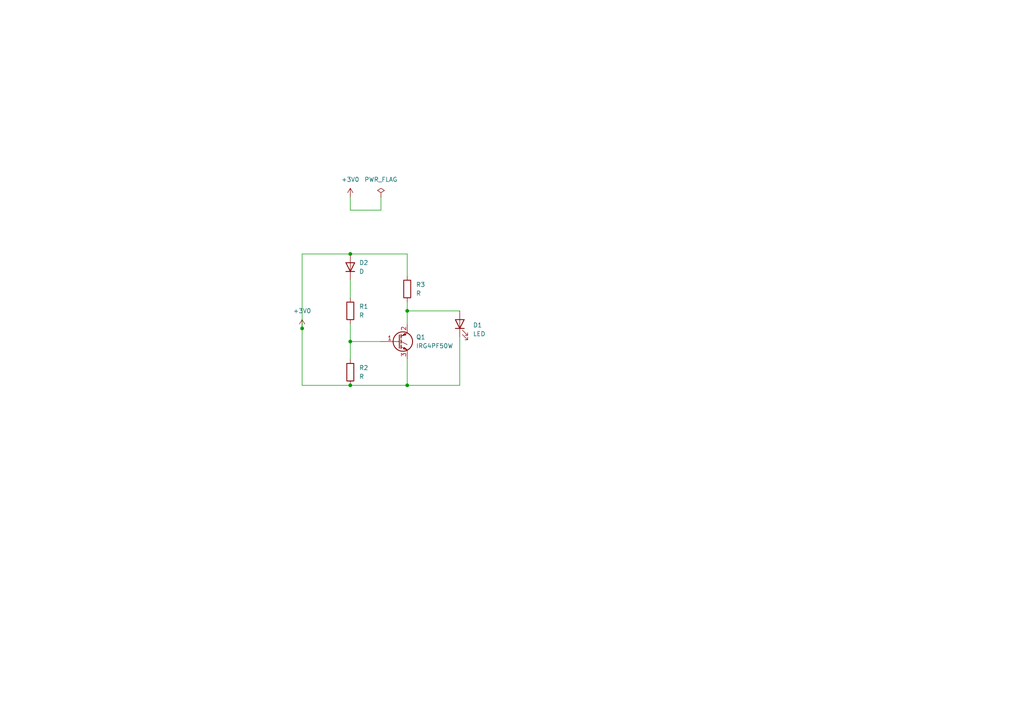
<source format=kicad_sch>
(kicad_sch (version 20250114) (generator "eeschema") (generator_version "9.0")
  (paper "A4")
  (title_block (company "Kawaguchi"))
  (lib_symbols
    (symbol "Device:D" (pin_numbers (hide yes)) (pin_names (offset 1.016) (hide yes))
      (property "Reference" "D" (at 0 2.54 0))
      (property "Value" "D" (at 0 -2.54 0))
      (symbol "D_0_1"
        (polyline (pts (xy -1.27 1.27) (xy -1.27 -1.27)) (stroke (width 0.254)))
        (polyline (pts (xy 1.27 1.27) (xy 1.27 -1.27) (xy -1.27 0) (xy 1.27 1.27)) (stroke (width 0.254)))
        (polyline (pts (xy 1.27 0) (xy -1.27 0)))
      )
      (symbol "D_1_1"
        (pin passive line (at -3.81 0 0) (length 2.54) (name "K") (number "1"))
        (pin passive line (at 3.81 0 180) (length 2.54) (name "A") (number "2"))
      )
    )
    (symbol "Device:LED" (pin_numbers (hide yes)) (pin_names (offset 1.016) (hide yes))
      (property "Reference" "D" (at 0 2.54 0))
      (property "Value" "LED" (at 0 -2.54 0))
      (symbol "LED_0_1"
        (polyline (pts (xy -3.048 -0.762) (xy -4.572 -2.286) (xy -3.81 -2.286) (xy -4.572 -2.286) (xy -4.572 -1.524)))
        (polyline (pts (xy -1.778 -0.762) (xy -3.302 -2.286) (xy -2.54 -2.286) (xy -3.302 -2.286) (xy -3.302 -1.524)))
        (polyline (pts (xy -1.27 0) (xy 1.27 0)))
        (polyline (pts (xy -1.27 -1.27) (xy -1.27 1.27)) (stroke (width 0.254)))
        (polyline (pts (xy 1.27 -1.27) (xy 1.27 1.27) (xy -1.27 0) (xy 1.27 -1.27)) (stroke (width 0.254)))
      )
      (symbol "LED_1_1"
        (pin passive line (at -3.81 0 0) (length 2.54) (name "K") (number "1"))
        (pin passive line (at 3.81 0 180) (length 2.54) (name "A") (number "2"))
      )
    )
    (symbol "Device:R" (pin_numbers (hide yes)) (pin_names (offset 0))
      (property "Reference" "R" (at 2.032 0 90))
      (property "Value" "R" (at 0 0 90))
      (symbol "R_0_1"
        (rectangle (start -1.016 -2.54) (end 1.016 2.54) (stroke (width 0.254)))
      )
      (symbol "R_1_1"
        (pin passive line (at 0 3.81 270) (length 1.27) (name "~") (number "1"))
        (pin passive line (at 0 -3.81 90) (length 1.27) (name "~") (number "2"))
      )
    )
    (symbol "Transistor_IGBT:IRG4PF50W" (pin_names (offset 0) (hide yes))
      (property "Reference" "Q" (at 5.08 1.905 0))
      (property "Value" "IRG4PF50W" (at 5.08 0 0))
      (symbol "IRG4PF50W_0_1"
        (polyline (pts (xy 0 0) (xy 0.254 0)))
        (polyline (pts (xy 0.254 1.905) (xy 0.254 -1.905) (xy 0.254 -1.905)) (stroke (width 0.254)))
        (polyline (pts (xy 0.762 2.032) (xy 0.762 1.016)) (stroke (width 0.254)))
        (polyline (pts (xy 0.762 0.508) (xy 0.762 -0.508)) (stroke (width 0.254)))
        (polyline (pts (xy 0.762 -1.016) (xy 0.762 -2.032)) (stroke (width 0.254)))
        (circle (center 1.27 0) (radius 2.8194) (stroke (width 0.254)))
        (polyline (pts (xy 1.397 -2.159) (xy 1.651 -1.651) (xy 2.54 -2.413) (xy 1.397 -2.159)) (fill (type outline)))
        (polyline (pts (xy 2.159 1.905) (xy 1.905 2.413) (xy 1.016 1.651) (xy 2.159 1.905)) (fill (type outline)))
        (polyline (pts (xy 2.54 2.413) (xy 0.762 1.524)))
        (polyline (pts (xy 2.54 -0.889) (xy 0.762 0)))
        (polyline (pts (xy 2.54 -2.413) (xy 0.762 -1.524)))
      )
      (symbol "IRG4PF50W_1_1"
        (pin input line (at -5.08 0 0) (length 5.08) (name "G") (number "1"))
        (pin passive line (at 2.54 5.08 270) (length 2.54) (name "C") (number "2"))
        (pin passive line (at 2.54 -5.08 90) (length 2.54) (name "E") (number "3"))
      )
    )
    (symbol "power:+3V0" (power) (pin_numbers (hide yes)) (pin_names (offset 0) (hide yes))
      (property "Value" "+3V0" (at 0 3.556 0))
      (symbol "+3V0_0_1"
        (polyline (pts (xy -0.762 1.27) (xy 0 2.54)))
        (polyline (pts (xy 0 2.54) (xy 0.762 1.27)))
        (polyline (pts (xy 0 0) (xy 0 2.54)))
      )
      (symbol "+3V0_1_1"
        (pin power_in line (at 0 0 90) (length 0) (name "~") (number "1"))
      )
    )
    (symbol "power:PWR_FLAG" (power) (pin_numbers (hide yes)) (pin_names (offset 0) (hide yes))
      (property "Value" "PWR_FLAG" (at 0 3.81 0))
      (symbol "PWR_FLAG_0_0"
        (pin power_out line (at 0 0 90) (length 0) (name "~") (number "1"))
      )
      (symbol "PWR_FLAG_0_1"
        (polyline (pts (xy 0 0) (xy 0 1.27) (xy -1.016 1.905) (xy 0 2.54) (xy 1.016 1.905) (xy 0 1.27)))
      )
    )
  )
  (junction (at 118.11 90.17))
  (junction (at 87.63 95.25))
  (junction (at 101.6 111.76))
  (junction (at 101.6 99.06))
  (junction (at 118.11 111.76))
  (junction (at 101.6 73.66))
  (wire (pts (xy 87.63 95.25) (xy 87.63 111.76)))
  (wire (pts (xy 118.11 111.76) (xy 133.35 111.76)))
  (wire (pts (xy 101.6 99.06) (xy 110.49 99.06)))
  (wire (pts (xy 101.6 60.96) (xy 110.49 60.96)))
  (wire (pts (xy 101.6 93.98) (xy 101.6 99.06)))
  (wire (pts (xy 87.63 73.66) (xy 87.63 95.25)))
  (wire (pts (xy 133.35 111.76) (xy 133.35 97.79)))
  (wire (pts (xy 110.49 57.15) (xy 110.49 60.96)))
  (wire (pts (xy 118.11 90.17) (xy 118.11 93.98)))
  (wire (pts (xy 118.11 104.14) (xy 118.11 111.76)))
  (wire (pts (xy 87.63 73.66) (xy 101.6 73.66)))
  (wire (pts (xy 87.63 111.76) (xy 101.6 111.76)))
  (wire (pts (xy 101.6 81.28) (xy 101.6 86.36)))
  (wire (pts (xy 118.11 90.17) (xy 133.35 90.17)))
  (wire (pts (xy 118.11 87.63) (xy 118.11 90.17)))
  (wire (pts (xy 118.11 73.66) (xy 118.11 80.01)))
  (wire (pts (xy 101.6 111.76) (xy 118.11 111.76)))
  (wire (pts (xy 101.6 57.15) (xy 101.6 60.96)))
  (wire (pts (xy 101.6 73.66) (xy 118.11 73.66)))
  (wire (pts (xy 101.6 99.06) (xy 101.6 104.14)))
  (symbol (lib_id "power:+3V0") (at 87.63 95.25 0) (unit 1)
    (property "Reference" "#PWR01" (effects (hide yes)))
    (property "Value" "+3V0" (at 87.63 90.17 0))
    (property "Description" "Power symbol creates a global label with name \"+3V0\"" (effects (hide yes)))
  )
  (symbol (lib_id "Device:R") (at 118.11 83.82 0) (unit 1)
    (property "Reference" "R3" (at 120.65 82.5499 0) (effects (justify left)))
    (property "Value" "R" (at 120.65 85.0899 0) (effects (justify left)))
    (property "Footprint" "Capacitor_THT:C_Radial_D5.0mm_H5.0mm_P2.00mm" (effects (hide yes)))
    (property "Description" "Resistor" (effects (hide yes)))
  )
  (symbol (lib_id "power:+3V0") (at 101.6 57.15 0) (unit 1)
    (property "Reference" "#PWR02" (effects (hide yes)))
    (property "Value" "+3V0" (at 101.6 52.07 0))
    (property "Description" "Power symbol creates a global label with name \"+3V0\"" (effects (hide yes)))
  )
  (symbol (lib_id "Device:R") (at 101.6 107.95 0) (unit 1)
    (property "Reference" "R2" (at 104.14 106.6799 0) (effects (justify left)))
    (property "Value" "R" (at 104.14 109.2199 0) (effects (justify left)))
    (property "Footprint" "Capacitor_THT:C_Radial_D5.0mm_H5.0mm_P2.00mm" (effects (hide yes)))
    (property "Description" "Resistor" (effects (hide yes)))
  )
  (symbol (lib_id "Transistor_IGBT:IRG4PF50W") (at 115.57 99.06 0) (unit 1)
    (property "Reference" "Q1" (at 120.65 97.7899 0) (effects (justify left)))
    (property "Value" "IRG4PF50W" (at 120.65 100.3299 0) (effects (justify left)))
    (property "Footprint" "Package_TO_SOT_THT:TO-247-3_Vertical" (effects (hide yes)))
    (property "Datasheet" "http://www.irf.com/product-info/datasheets/data/irg4pf50w.pdf" (effects (hide yes)))
    (property "Description" "28A, 900V, N-Channel IGBT" (effects (hide yes)))
  )
  (symbol (lib_id "power:PWR_FLAG") (at 110.49 57.15 0) (unit 1)
    (property "Reference" "#FLG01" (effects (hide yes)))
    (property "Value" "PWR_FLAG" (at 110.49 52.07 0))
    (property "Description" "Special symbol for telling ERC where power comes from" (effects (hide yes)))
  )
  (symbol (lib_id "Device:D") (at 101.6 77.47 90) (unit 1)
    (property "Reference" "D2" (at 104.14 76.1999 90) (effects (justify right)))
    (property "Value" "D" (at 104.14 78.7399 90) (effects (justify right)))
    (property "Footprint" "My_Library:CdSセル" (effects (hide yes)))
    (property "Description" "Diode" (effects (hide yes)))
    (property "Sim.Device" "D" (effects (hide yes)))
    (property "Sim.Pins" "1=K 2=A" (effects (hide yes)))
  )
  (symbol (lib_id "Device:LED") (at 133.35 93.98 90) (unit 1)
    (property "Reference" "D1" (at 137.16 94.2974 90) (effects (justify right)))
    (property "Value" "LED" (at 137.16 96.8374 90) (effects (justify right)))
    (property "Footprint" "LED_THT:LED_D3.0mm" (effects (hide yes)))
    (property "Description" "Light emitting diode" (effects (hide yes)))
    (property "Sim.Pins" "1=K 2=A" (effects (hide yes)))
  )
  (symbol (lib_id "Device:R") (at 101.6 90.17 0) (unit 1)
    (property "Reference" "R1" (at 104.14 88.8999 0) (effects (justify left)))
    (property "Value" "R" (at 104.14 91.4399 0) (effects (justify left)))
    (property "Footprint" "Capacitor_THT:C_Radial_D5.0mm_H5.0mm_P2.00mm" (effects (hide yes)))
    (property "Description" "Resistor" (effects (hide yes)))
  )
)
</source>
